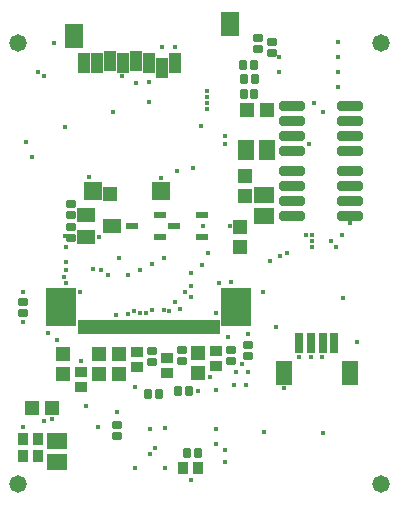
<source format=gbs>
G04*
G04 #@! TF.GenerationSoftware,Altium Limited,Altium Designer,21.2.1 (34)*
G04*
G04 Layer_Color=16711935*
%FSLAX44Y44*%
%MOMM*%
G71*
G04*
G04 #@! TF.SameCoordinates,32138B9C-427C-45C4-8288-55465CA957BF*
G04*
G04*
G04 #@! TF.FilePolarity,Negative*
G04*
G01*
G75*
%ADD16R,0.8032X1.7532*%
%ADD17R,1.4032X2.0032*%
G04:AMPARAMS|DCode=22|XSize=2.1732mm|YSize=0.8032mm|CornerRadius=0.1766mm|HoleSize=0mm|Usage=FLASHONLY|Rotation=0.000|XOffset=0mm|YOffset=0mm|HoleType=Round|Shape=RoundedRectangle|*
%AMROUNDEDRECTD22*
21,1,2.1732,0.4500,0,0,0.0*
21,1,1.8200,0.8032,0,0,0.0*
1,1,0.3532,0.9100,-0.2250*
1,1,0.3532,-0.9100,-0.2250*
1,1,0.3532,-0.9100,0.2250*
1,1,0.3532,0.9100,0.2250*
%
%ADD22ROUNDEDRECTD22*%
%ADD23C,0.4032*%
%ADD24C,1.4732*%
%ADD50R,1.1176X0.4826*%
G04:AMPARAMS|DCode=55|XSize=0.6932mm|YSize=0.8032mm|CornerRadius=0.1506mm|HoleSize=0mm|Usage=FLASHONLY|Rotation=90.000|XOffset=0mm|YOffset=0mm|HoleType=Round|Shape=RoundedRectangle|*
%AMROUNDEDRECTD55*
21,1,0.6932,0.5020,0,0,90.0*
21,1,0.3920,0.8032,0,0,90.0*
1,1,0.3012,0.2510,0.1960*
1,1,0.3012,0.2510,-0.1960*
1,1,0.3012,-0.2510,-0.1960*
1,1,0.3012,-0.2510,0.1960*
%
%ADD55ROUNDEDRECTD55*%
%ADD56R,0.9032X1.1032*%
%ADD57R,1.1032X0.9032*%
%ADD58R,1.3032X1.2032*%
%ADD59R,1.6532X1.3532*%
G04:AMPARAMS|DCode=60|XSize=0.6932mm|YSize=0.8032mm|CornerRadius=0.1506mm|HoleSize=0mm|Usage=FLASHONLY|Rotation=0.000|XOffset=0mm|YOffset=0mm|HoleType=Round|Shape=RoundedRectangle|*
%AMROUNDEDRECTD60*
21,1,0.6932,0.5020,0,0,0.0*
21,1,0.3920,0.8032,0,0,0.0*
1,1,0.3012,0.1960,-0.2510*
1,1,0.3012,-0.1960,-0.2510*
1,1,0.3012,-0.1960,0.2510*
1,1,0.3012,0.1960,0.2510*
%
%ADD60ROUNDEDRECTD60*%
%ADD61R,1.0032X1.7032*%
%ADD62R,1.2032X1.1532*%
%ADD63R,1.5032X1.6032*%
%ADD64R,1.6032X2.1032*%
%ADD65R,1.2032X1.3032*%
%ADD66R,1.3532X1.6532*%
%ADD67R,1.6032X1.2032*%
%ADD68R,0.5032X1.3032*%
%ADD69R,2.5032X3.3032*%
D16*
X247810Y130810D02*
D03*
X257810D02*
D03*
X267810D02*
D03*
X277810D02*
D03*
D17*
X234810Y105560D02*
D03*
X290810D02*
D03*
D22*
X242000Y331470D02*
D03*
Y318770D02*
D03*
Y306070D02*
D03*
Y293370D02*
D03*
X291400D02*
D03*
Y306070D02*
D03*
Y318770D02*
D03*
Y331470D02*
D03*
Y276860D02*
D03*
Y264160D02*
D03*
Y251460D02*
D03*
Y238760D02*
D03*
X242000D02*
D03*
Y251460D02*
D03*
Y264160D02*
D03*
Y276860D02*
D03*
D23*
X67632Y77792D02*
D03*
X77470Y59690D02*
D03*
X38980Y66430D02*
D03*
X193040Y95250D02*
D03*
X35560Y139700D02*
D03*
X63500Y115570D02*
D03*
X93980Y72390D02*
D03*
X280670Y373380D02*
D03*
Y360680D02*
D03*
Y347980D02*
D03*
X13970Y59690D02*
D03*
X31710Y64810D02*
D03*
X62230Y173990D02*
D03*
X125730Y41910D02*
D03*
X121920Y58420D02*
D03*
X49910Y221790D02*
D03*
X13970Y148590D02*
D03*
X109220Y25400D02*
D03*
Y93980D02*
D03*
X156210Y15191D02*
D03*
X134624Y59010D02*
D03*
X134620Y25400D02*
D03*
X177800Y91440D02*
D03*
X162560Y90170D02*
D03*
X228600Y144780D02*
D03*
X204470Y106680D02*
D03*
Y138430D02*
D03*
X13972Y173994D02*
D03*
X180340Y181610D02*
D03*
X156445Y179375D02*
D03*
X165640Y196770D02*
D03*
X156210Y190500D02*
D03*
X189230Y229870D02*
D03*
X142592Y381658D02*
D03*
X172180Y102107D02*
D03*
X93147Y154761D02*
D03*
X118110Y156210D02*
D03*
X123190Y158750D02*
D03*
X113230Y156010D02*
D03*
X103150Y155220D02*
D03*
X108303Y157856D02*
D03*
X177800Y156210D02*
D03*
X280670Y386080D02*
D03*
X16510Y300990D02*
D03*
X21590Y288290D02*
D03*
X267672Y119482D02*
D03*
X203200Y95250D02*
D03*
X199390Y113030D02*
D03*
X194310Y106680D02*
D03*
X247650Y119380D02*
D03*
X257810D02*
D03*
X190500Y182880D02*
D03*
X187840Y135770D02*
D03*
X260350Y334010D02*
D03*
X268005Y326355D02*
D03*
X256540Y299720D02*
D03*
X274860Y217570D02*
D03*
X284480Y222250D02*
D03*
X259080Y212090D02*
D03*
Y217170D02*
D03*
Y222250D02*
D03*
X297180Y132080D02*
D03*
X90170Y326390D02*
D03*
X131590Y381540D02*
D03*
X109607Y351301D02*
D03*
X50800Y193040D02*
D03*
X86361Y188537D02*
D03*
X151750Y174610D02*
D03*
X48594Y187043D02*
D03*
X156210Y170180D02*
D03*
X138150Y158470D02*
D03*
X130810Y270510D02*
D03*
X80550Y193040D02*
D03*
X69850Y271780D02*
D03*
X43180Y133350D02*
D03*
X50800Y181610D02*
D03*
X217710Y173990D02*
D03*
X223520Y200660D02*
D03*
X73372Y193951D02*
D03*
X50835Y199425D02*
D03*
X147455Y159894D02*
D03*
X142940Y165670D02*
D03*
X121920Y36830D02*
D03*
X50800Y212090D02*
D03*
X49530Y313690D02*
D03*
X254000Y222250D02*
D03*
X234950Y92710D02*
D03*
X165100Y314960D02*
D03*
X98361Y356916D02*
D03*
X120650Y335280D02*
D03*
Y351790D02*
D03*
X170008Y333838D02*
D03*
X170380Y344438D02*
D03*
X170450Y207452D02*
D03*
X185420Y299720D02*
D03*
Y306070D02*
D03*
X26670Y360680D02*
D03*
X31750Y356870D02*
D03*
X40640Y384810D02*
D03*
X232147Y204696D02*
D03*
X237490Y207010D02*
D03*
X291431Y232837D02*
D03*
X218440Y55880D02*
D03*
X267970Y54610D02*
D03*
X279400Y212090D02*
D03*
X185420Y40640D02*
D03*
Y30480D02*
D03*
X177800Y58420D02*
D03*
Y45720D02*
D03*
X170174Y339084D02*
D03*
X170180Y328930D02*
D03*
X166370Y229870D02*
D03*
X285085Y168942D02*
D03*
X231140Y373346D02*
D03*
Y360680D02*
D03*
X144780Y276860D02*
D03*
X158394Y279450D02*
D03*
X123208Y198156D02*
D03*
X133220Y202991D02*
D03*
X113208Y193040D02*
D03*
X95112Y202986D02*
D03*
X103230Y188503D02*
D03*
X78390Y220686D02*
D03*
X133220Y158707D02*
D03*
D24*
X10160Y11430D02*
D03*
X317500D02*
D03*
Y384810D02*
D03*
X10160D02*
D03*
D50*
X165608Y239370D02*
D03*
Y220370D02*
D03*
X141732Y229870D02*
D03*
X106172D02*
D03*
X130048Y220370D02*
D03*
Y239370D02*
D03*
D55*
X93980Y61700D02*
D03*
Y52600D02*
D03*
X204470Y119910D02*
D03*
Y129010D02*
D03*
X13970Y156740D02*
D03*
Y165840D02*
D03*
X123190Y115220D02*
D03*
Y124320D02*
D03*
X213360Y389360D02*
D03*
Y380260D02*
D03*
X224790Y376450D02*
D03*
Y385550D02*
D03*
X54610Y248390D02*
D03*
Y239290D02*
D03*
Y229340D02*
D03*
Y220240D02*
D03*
X190500Y125200D02*
D03*
Y116100D02*
D03*
X148590Y125200D02*
D03*
Y116100D02*
D03*
D56*
X13820Y35560D02*
D03*
X26820D02*
D03*
Y49530D02*
D03*
X13820D02*
D03*
X162710Y25400D02*
D03*
X149710D02*
D03*
D57*
X63500Y106830D02*
D03*
Y93830D02*
D03*
X110490Y123730D02*
D03*
Y110730D02*
D03*
X177800Y111460D02*
D03*
Y124460D02*
D03*
X135890Y105260D02*
D03*
Y118260D02*
D03*
D58*
X38980Y76200D02*
D03*
X21980D02*
D03*
X203634Y328053D02*
D03*
X220634D02*
D03*
D59*
X43180Y30370D02*
D03*
Y48370D02*
D03*
X218440Y238650D02*
D03*
Y256650D02*
D03*
D60*
X129010Y87630D02*
D03*
X119910D02*
D03*
X145310Y90170D02*
D03*
X154410D02*
D03*
X201190Y354330D02*
D03*
X210290D02*
D03*
X200638Y366019D02*
D03*
X209738D02*
D03*
X201048Y342083D02*
D03*
X210148D02*
D03*
X152930Y38100D02*
D03*
X162030D02*
D03*
D61*
X142590Y368070D02*
D03*
X131590Y364070D02*
D03*
X120590Y368070D02*
D03*
X109590Y370070D02*
D03*
X98590Y368070D02*
D03*
X87590Y370070D02*
D03*
X76590Y368070D02*
D03*
X65590D02*
D03*
D62*
X87590Y257220D02*
D03*
D63*
X73690Y259470D02*
D03*
X130690D02*
D03*
D64*
X57690Y390970D02*
D03*
X189190Y400970D02*
D03*
D65*
X198120Y212480D02*
D03*
Y229480D02*
D03*
X201930Y272660D02*
D03*
Y255660D02*
D03*
X48260Y104920D02*
D03*
Y121920D02*
D03*
X78740D02*
D03*
Y104920D02*
D03*
X95250Y121920D02*
D03*
Y104920D02*
D03*
X162560Y122800D02*
D03*
Y105800D02*
D03*
D66*
X203090Y294640D02*
D03*
X221090D02*
D03*
D67*
X89740Y229870D02*
D03*
X67740Y239370D02*
D03*
Y220370D02*
D03*
D68*
X63150Y144780D02*
D03*
X68150D02*
D03*
X73150D02*
D03*
X78150D02*
D03*
X83150D02*
D03*
X88150D02*
D03*
X93150D02*
D03*
X98150D02*
D03*
X103150D02*
D03*
X108150D02*
D03*
X113150D02*
D03*
X118150D02*
D03*
X123150D02*
D03*
X128150D02*
D03*
X133150D02*
D03*
X138150D02*
D03*
X143150D02*
D03*
X148150D02*
D03*
X153150D02*
D03*
X158150D02*
D03*
X163150D02*
D03*
X168150D02*
D03*
X173150D02*
D03*
X178150D02*
D03*
D69*
X194850Y161780D02*
D03*
X46450D02*
D03*
M02*

</source>
